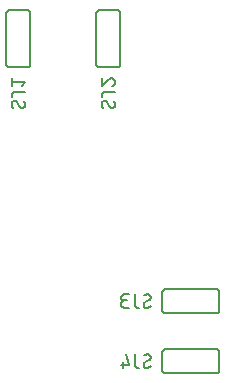
<source format=gbr>
G04 EAGLE Gerber RS-274X export*
G75*
%MOMM*%
%FSLAX34Y34*%
%LPD*%
%INSilkscreen Bottom*%
%IPPOS*%
%AMOC8*
5,1,8,0,0,1.08239X$1,22.5*%
G01*
%ADD10C,0.152400*%
%ADD11C,0.127000*%


D10*
X60960Y397510D02*
X60960Y440690D01*
X40640Y397510D02*
X40642Y397410D01*
X40648Y397311D01*
X40658Y397211D01*
X40671Y397113D01*
X40689Y397014D01*
X40710Y396917D01*
X40735Y396821D01*
X40764Y396725D01*
X40797Y396631D01*
X40833Y396538D01*
X40873Y396447D01*
X40917Y396357D01*
X40964Y396269D01*
X41014Y396183D01*
X41068Y396099D01*
X41125Y396017D01*
X41185Y395938D01*
X41249Y395860D01*
X41315Y395786D01*
X41384Y395714D01*
X41456Y395645D01*
X41530Y395579D01*
X41608Y395515D01*
X41687Y395455D01*
X41769Y395398D01*
X41853Y395344D01*
X41939Y395294D01*
X42027Y395247D01*
X42117Y395203D01*
X42208Y395163D01*
X42301Y395127D01*
X42395Y395094D01*
X42491Y395065D01*
X42587Y395040D01*
X42684Y395019D01*
X42783Y395001D01*
X42881Y394988D01*
X42981Y394978D01*
X43080Y394972D01*
X43180Y394970D01*
X40640Y440690D02*
X40642Y440790D01*
X40648Y440889D01*
X40658Y440989D01*
X40671Y441087D01*
X40689Y441186D01*
X40710Y441283D01*
X40735Y441379D01*
X40764Y441475D01*
X40797Y441569D01*
X40833Y441662D01*
X40873Y441753D01*
X40917Y441843D01*
X40964Y441931D01*
X41014Y442017D01*
X41068Y442101D01*
X41125Y442183D01*
X41185Y442262D01*
X41249Y442340D01*
X41315Y442414D01*
X41384Y442486D01*
X41456Y442555D01*
X41530Y442621D01*
X41608Y442685D01*
X41687Y442745D01*
X41769Y442802D01*
X41853Y442856D01*
X41939Y442906D01*
X42027Y442953D01*
X42117Y442997D01*
X42208Y443037D01*
X42301Y443073D01*
X42395Y443106D01*
X42491Y443135D01*
X42587Y443160D01*
X42684Y443181D01*
X42783Y443199D01*
X42881Y443212D01*
X42981Y443222D01*
X43080Y443228D01*
X43180Y443230D01*
X58420Y443230D02*
X58520Y443228D01*
X58619Y443222D01*
X58719Y443212D01*
X58817Y443199D01*
X58916Y443181D01*
X59013Y443160D01*
X59109Y443135D01*
X59205Y443106D01*
X59299Y443073D01*
X59392Y443037D01*
X59483Y442997D01*
X59573Y442953D01*
X59661Y442906D01*
X59747Y442856D01*
X59831Y442802D01*
X59913Y442745D01*
X59992Y442685D01*
X60070Y442621D01*
X60144Y442555D01*
X60216Y442486D01*
X60285Y442414D01*
X60351Y442340D01*
X60415Y442262D01*
X60475Y442183D01*
X60532Y442101D01*
X60586Y442017D01*
X60636Y441931D01*
X60683Y441843D01*
X60727Y441753D01*
X60767Y441662D01*
X60803Y441569D01*
X60836Y441475D01*
X60865Y441379D01*
X60890Y441283D01*
X60911Y441186D01*
X60929Y441087D01*
X60942Y440989D01*
X60952Y440889D01*
X60958Y440790D01*
X60960Y440690D01*
X60960Y397510D02*
X60958Y397410D01*
X60952Y397311D01*
X60942Y397211D01*
X60929Y397113D01*
X60911Y397014D01*
X60890Y396917D01*
X60865Y396821D01*
X60836Y396725D01*
X60803Y396631D01*
X60767Y396538D01*
X60727Y396447D01*
X60683Y396357D01*
X60636Y396269D01*
X60586Y396183D01*
X60532Y396099D01*
X60475Y396017D01*
X60415Y395938D01*
X60351Y395860D01*
X60285Y395786D01*
X60216Y395714D01*
X60144Y395645D01*
X60070Y395579D01*
X59992Y395515D01*
X59913Y395455D01*
X59831Y395398D01*
X59747Y395344D01*
X59661Y395294D01*
X59573Y395247D01*
X59483Y395203D01*
X59392Y395163D01*
X59299Y395127D01*
X59205Y395094D01*
X59109Y395065D01*
X59013Y395040D01*
X58916Y395019D01*
X58817Y395001D01*
X58719Y394988D01*
X58619Y394978D01*
X58520Y394972D01*
X58420Y394970D01*
X43180Y394970D01*
X43180Y443230D02*
X58420Y443230D01*
X40640Y440690D02*
X40640Y397510D01*
D11*
X47625Y366395D02*
X47525Y366393D01*
X47426Y366387D01*
X47326Y366377D01*
X47228Y366364D01*
X47129Y366346D01*
X47032Y366325D01*
X46936Y366300D01*
X46840Y366271D01*
X46746Y366238D01*
X46653Y366202D01*
X46562Y366162D01*
X46472Y366118D01*
X46384Y366071D01*
X46298Y366021D01*
X46214Y365967D01*
X46132Y365910D01*
X46053Y365850D01*
X45975Y365786D01*
X45901Y365720D01*
X45829Y365651D01*
X45760Y365579D01*
X45694Y365505D01*
X45630Y365427D01*
X45570Y365348D01*
X45513Y365266D01*
X45459Y365182D01*
X45409Y365096D01*
X45362Y365008D01*
X45318Y364918D01*
X45278Y364827D01*
X45242Y364734D01*
X45209Y364640D01*
X45180Y364544D01*
X45155Y364448D01*
X45134Y364351D01*
X45116Y364252D01*
X45103Y364154D01*
X45093Y364054D01*
X45087Y363955D01*
X45085Y363855D01*
X45087Y363714D01*
X45092Y363573D01*
X45102Y363432D01*
X45115Y363291D01*
X45131Y363151D01*
X45152Y363011D01*
X45176Y362872D01*
X45204Y362733D01*
X45235Y362596D01*
X45270Y362459D01*
X45308Y362323D01*
X45350Y362188D01*
X45396Y362055D01*
X45445Y361922D01*
X45498Y361791D01*
X45554Y361662D01*
X45613Y361533D01*
X45676Y361407D01*
X45742Y361282D01*
X45811Y361159D01*
X45884Y361038D01*
X45960Y360919D01*
X46039Y360801D01*
X46120Y360686D01*
X46205Y360574D01*
X46293Y360463D01*
X46384Y360355D01*
X46477Y360249D01*
X46574Y360146D01*
X46673Y360045D01*
X53975Y360363D02*
X54075Y360365D01*
X54174Y360371D01*
X54274Y360381D01*
X54372Y360394D01*
X54471Y360412D01*
X54568Y360433D01*
X54664Y360458D01*
X54760Y360487D01*
X54854Y360520D01*
X54947Y360556D01*
X55038Y360596D01*
X55128Y360640D01*
X55216Y360687D01*
X55302Y360737D01*
X55386Y360791D01*
X55468Y360848D01*
X55547Y360908D01*
X55625Y360972D01*
X55699Y361038D01*
X55771Y361107D01*
X55840Y361179D01*
X55906Y361253D01*
X55970Y361331D01*
X56030Y361410D01*
X56087Y361492D01*
X56141Y361576D01*
X56191Y361662D01*
X56238Y361750D01*
X56282Y361840D01*
X56322Y361931D01*
X56358Y362024D01*
X56391Y362118D01*
X56420Y362214D01*
X56445Y362310D01*
X56466Y362407D01*
X56484Y362506D01*
X56497Y362604D01*
X56507Y362704D01*
X56513Y362803D01*
X56515Y362903D01*
X56516Y362903D02*
X56514Y363036D01*
X56509Y363169D01*
X56499Y363302D01*
X56486Y363435D01*
X56469Y363567D01*
X56449Y363699D01*
X56425Y363830D01*
X56397Y363960D01*
X56366Y364090D01*
X56331Y364218D01*
X56292Y364346D01*
X56250Y364472D01*
X56204Y364597D01*
X56155Y364721D01*
X56103Y364844D01*
X56047Y364965D01*
X55987Y365084D01*
X55925Y365202D01*
X55859Y365317D01*
X55790Y365431D01*
X55717Y365543D01*
X55642Y365653D01*
X55563Y365761D01*
X51752Y361632D02*
X51804Y361548D01*
X51859Y361465D01*
X51918Y361385D01*
X51979Y361307D01*
X52043Y361232D01*
X52111Y361159D01*
X52181Y361088D01*
X52253Y361021D01*
X52328Y360956D01*
X52406Y360894D01*
X52486Y360835D01*
X52568Y360779D01*
X52652Y360727D01*
X52738Y360678D01*
X52826Y360632D01*
X52916Y360589D01*
X53007Y360550D01*
X53100Y360515D01*
X53194Y360483D01*
X53289Y360455D01*
X53385Y360430D01*
X53482Y360410D01*
X53580Y360392D01*
X53678Y360379D01*
X53777Y360370D01*
X53876Y360364D01*
X53975Y360362D01*
X49848Y365125D02*
X49796Y365209D01*
X49741Y365292D01*
X49682Y365372D01*
X49621Y365450D01*
X49557Y365525D01*
X49489Y365598D01*
X49419Y365669D01*
X49347Y365736D01*
X49272Y365801D01*
X49194Y365863D01*
X49114Y365922D01*
X49032Y365978D01*
X48948Y366030D01*
X48862Y366079D01*
X48774Y366125D01*
X48684Y366168D01*
X48593Y366207D01*
X48500Y366242D01*
X48406Y366274D01*
X48311Y366302D01*
X48215Y366327D01*
X48118Y366347D01*
X48020Y366365D01*
X47922Y366378D01*
X47823Y366387D01*
X47724Y366393D01*
X47625Y366395D01*
X49848Y365125D02*
X51753Y361633D01*
X47625Y373686D02*
X56515Y373686D01*
X47625Y373686D02*
X47525Y373684D01*
X47426Y373678D01*
X47326Y373668D01*
X47228Y373655D01*
X47129Y373637D01*
X47032Y373616D01*
X46936Y373591D01*
X46840Y373562D01*
X46746Y373529D01*
X46653Y373493D01*
X46562Y373453D01*
X46472Y373409D01*
X46384Y373362D01*
X46298Y373312D01*
X46214Y373258D01*
X46132Y373201D01*
X46053Y373141D01*
X45975Y373077D01*
X45901Y373011D01*
X45829Y372942D01*
X45760Y372870D01*
X45694Y372796D01*
X45630Y372718D01*
X45570Y372639D01*
X45513Y372557D01*
X45459Y372473D01*
X45409Y372387D01*
X45362Y372299D01*
X45318Y372209D01*
X45278Y372118D01*
X45242Y372025D01*
X45209Y371931D01*
X45180Y371835D01*
X45155Y371739D01*
X45134Y371642D01*
X45116Y371543D01*
X45103Y371445D01*
X45093Y371345D01*
X45087Y371246D01*
X45085Y371146D01*
X45085Y369876D01*
X53975Y379095D02*
X56515Y382270D01*
X45085Y382270D01*
X45085Y379095D02*
X45085Y385445D01*
D10*
X137160Y397510D02*
X137160Y440690D01*
X116840Y397510D02*
X116842Y397410D01*
X116848Y397311D01*
X116858Y397211D01*
X116871Y397113D01*
X116889Y397014D01*
X116910Y396917D01*
X116935Y396821D01*
X116964Y396725D01*
X116997Y396631D01*
X117033Y396538D01*
X117073Y396447D01*
X117117Y396357D01*
X117164Y396269D01*
X117214Y396183D01*
X117268Y396099D01*
X117325Y396017D01*
X117385Y395938D01*
X117449Y395860D01*
X117515Y395786D01*
X117584Y395714D01*
X117656Y395645D01*
X117730Y395579D01*
X117808Y395515D01*
X117887Y395455D01*
X117969Y395398D01*
X118053Y395344D01*
X118139Y395294D01*
X118227Y395247D01*
X118317Y395203D01*
X118408Y395163D01*
X118501Y395127D01*
X118595Y395094D01*
X118691Y395065D01*
X118787Y395040D01*
X118884Y395019D01*
X118983Y395001D01*
X119081Y394988D01*
X119181Y394978D01*
X119280Y394972D01*
X119380Y394970D01*
X116840Y440690D02*
X116842Y440790D01*
X116848Y440889D01*
X116858Y440989D01*
X116871Y441087D01*
X116889Y441186D01*
X116910Y441283D01*
X116935Y441379D01*
X116964Y441475D01*
X116997Y441569D01*
X117033Y441662D01*
X117073Y441753D01*
X117117Y441843D01*
X117164Y441931D01*
X117214Y442017D01*
X117268Y442101D01*
X117325Y442183D01*
X117385Y442262D01*
X117449Y442340D01*
X117515Y442414D01*
X117584Y442486D01*
X117656Y442555D01*
X117730Y442621D01*
X117808Y442685D01*
X117887Y442745D01*
X117969Y442802D01*
X118053Y442856D01*
X118139Y442906D01*
X118227Y442953D01*
X118317Y442997D01*
X118408Y443037D01*
X118501Y443073D01*
X118595Y443106D01*
X118691Y443135D01*
X118787Y443160D01*
X118884Y443181D01*
X118983Y443199D01*
X119081Y443212D01*
X119181Y443222D01*
X119280Y443228D01*
X119380Y443230D01*
X134620Y443230D02*
X134720Y443228D01*
X134819Y443222D01*
X134919Y443212D01*
X135017Y443199D01*
X135116Y443181D01*
X135213Y443160D01*
X135309Y443135D01*
X135405Y443106D01*
X135499Y443073D01*
X135592Y443037D01*
X135683Y442997D01*
X135773Y442953D01*
X135861Y442906D01*
X135947Y442856D01*
X136031Y442802D01*
X136113Y442745D01*
X136192Y442685D01*
X136270Y442621D01*
X136344Y442555D01*
X136416Y442486D01*
X136485Y442414D01*
X136551Y442340D01*
X136615Y442262D01*
X136675Y442183D01*
X136732Y442101D01*
X136786Y442017D01*
X136836Y441931D01*
X136883Y441843D01*
X136927Y441753D01*
X136967Y441662D01*
X137003Y441569D01*
X137036Y441475D01*
X137065Y441379D01*
X137090Y441283D01*
X137111Y441186D01*
X137129Y441087D01*
X137142Y440989D01*
X137152Y440889D01*
X137158Y440790D01*
X137160Y440690D01*
X137160Y397510D02*
X137158Y397410D01*
X137152Y397311D01*
X137142Y397211D01*
X137129Y397113D01*
X137111Y397014D01*
X137090Y396917D01*
X137065Y396821D01*
X137036Y396725D01*
X137003Y396631D01*
X136967Y396538D01*
X136927Y396447D01*
X136883Y396357D01*
X136836Y396269D01*
X136786Y396183D01*
X136732Y396099D01*
X136675Y396017D01*
X136615Y395938D01*
X136551Y395860D01*
X136485Y395786D01*
X136416Y395714D01*
X136344Y395645D01*
X136270Y395579D01*
X136192Y395515D01*
X136113Y395455D01*
X136031Y395398D01*
X135947Y395344D01*
X135861Y395294D01*
X135773Y395247D01*
X135683Y395203D01*
X135592Y395163D01*
X135499Y395127D01*
X135405Y395094D01*
X135309Y395065D01*
X135213Y395040D01*
X135116Y395019D01*
X135017Y395001D01*
X134919Y394988D01*
X134819Y394978D01*
X134720Y394972D01*
X134620Y394970D01*
X119380Y394970D01*
X119380Y443230D02*
X134620Y443230D01*
X116840Y440690D02*
X116840Y397510D01*
D11*
X123825Y366395D02*
X123725Y366393D01*
X123626Y366387D01*
X123526Y366377D01*
X123428Y366364D01*
X123329Y366346D01*
X123232Y366325D01*
X123136Y366300D01*
X123040Y366271D01*
X122946Y366238D01*
X122853Y366202D01*
X122762Y366162D01*
X122672Y366118D01*
X122584Y366071D01*
X122498Y366021D01*
X122414Y365967D01*
X122332Y365910D01*
X122253Y365850D01*
X122175Y365786D01*
X122101Y365720D01*
X122029Y365651D01*
X121960Y365579D01*
X121894Y365505D01*
X121830Y365427D01*
X121770Y365348D01*
X121713Y365266D01*
X121659Y365182D01*
X121609Y365096D01*
X121562Y365008D01*
X121518Y364918D01*
X121478Y364827D01*
X121442Y364734D01*
X121409Y364640D01*
X121380Y364544D01*
X121355Y364448D01*
X121334Y364351D01*
X121316Y364252D01*
X121303Y364154D01*
X121293Y364054D01*
X121287Y363955D01*
X121285Y363855D01*
X121287Y363714D01*
X121292Y363573D01*
X121302Y363432D01*
X121315Y363291D01*
X121331Y363151D01*
X121352Y363011D01*
X121376Y362872D01*
X121404Y362733D01*
X121435Y362596D01*
X121470Y362459D01*
X121508Y362323D01*
X121550Y362188D01*
X121596Y362055D01*
X121645Y361922D01*
X121698Y361791D01*
X121754Y361662D01*
X121813Y361533D01*
X121876Y361407D01*
X121942Y361282D01*
X122011Y361159D01*
X122084Y361038D01*
X122160Y360919D01*
X122239Y360801D01*
X122320Y360686D01*
X122405Y360574D01*
X122493Y360463D01*
X122584Y360355D01*
X122677Y360249D01*
X122774Y360146D01*
X122873Y360045D01*
X130175Y360363D02*
X130275Y360365D01*
X130374Y360371D01*
X130474Y360381D01*
X130572Y360394D01*
X130671Y360412D01*
X130768Y360433D01*
X130864Y360458D01*
X130960Y360487D01*
X131054Y360520D01*
X131147Y360556D01*
X131238Y360596D01*
X131328Y360640D01*
X131416Y360687D01*
X131502Y360737D01*
X131586Y360791D01*
X131668Y360848D01*
X131747Y360908D01*
X131825Y360972D01*
X131899Y361038D01*
X131971Y361107D01*
X132040Y361179D01*
X132106Y361253D01*
X132170Y361331D01*
X132230Y361410D01*
X132287Y361492D01*
X132341Y361576D01*
X132391Y361662D01*
X132438Y361750D01*
X132482Y361840D01*
X132522Y361931D01*
X132558Y362024D01*
X132591Y362118D01*
X132620Y362214D01*
X132645Y362310D01*
X132666Y362407D01*
X132684Y362506D01*
X132697Y362604D01*
X132707Y362704D01*
X132713Y362803D01*
X132715Y362903D01*
X132716Y362903D02*
X132714Y363036D01*
X132709Y363169D01*
X132699Y363302D01*
X132686Y363435D01*
X132669Y363567D01*
X132649Y363699D01*
X132625Y363830D01*
X132597Y363960D01*
X132566Y364090D01*
X132531Y364218D01*
X132492Y364346D01*
X132450Y364472D01*
X132404Y364597D01*
X132355Y364721D01*
X132303Y364844D01*
X132247Y364965D01*
X132187Y365084D01*
X132125Y365202D01*
X132059Y365317D01*
X131990Y365431D01*
X131917Y365543D01*
X131842Y365653D01*
X131763Y365761D01*
X127952Y361632D02*
X128004Y361548D01*
X128059Y361465D01*
X128118Y361385D01*
X128179Y361307D01*
X128243Y361232D01*
X128311Y361159D01*
X128381Y361088D01*
X128453Y361021D01*
X128528Y360956D01*
X128606Y360894D01*
X128686Y360835D01*
X128768Y360779D01*
X128852Y360727D01*
X128938Y360678D01*
X129026Y360632D01*
X129116Y360589D01*
X129207Y360550D01*
X129300Y360515D01*
X129394Y360483D01*
X129489Y360455D01*
X129585Y360430D01*
X129682Y360410D01*
X129780Y360392D01*
X129878Y360379D01*
X129977Y360370D01*
X130076Y360364D01*
X130175Y360362D01*
X126048Y365125D02*
X125996Y365209D01*
X125941Y365292D01*
X125882Y365372D01*
X125821Y365450D01*
X125757Y365525D01*
X125689Y365598D01*
X125619Y365669D01*
X125547Y365736D01*
X125472Y365801D01*
X125394Y365863D01*
X125314Y365922D01*
X125232Y365978D01*
X125148Y366030D01*
X125062Y366079D01*
X124974Y366125D01*
X124884Y366168D01*
X124793Y366207D01*
X124700Y366242D01*
X124606Y366274D01*
X124511Y366302D01*
X124415Y366327D01*
X124318Y366347D01*
X124220Y366365D01*
X124122Y366378D01*
X124023Y366387D01*
X123924Y366393D01*
X123825Y366395D01*
X126048Y365125D02*
X127953Y361633D01*
X123825Y373686D02*
X132715Y373686D01*
X123825Y373686D02*
X123725Y373684D01*
X123626Y373678D01*
X123526Y373668D01*
X123428Y373655D01*
X123329Y373637D01*
X123232Y373616D01*
X123136Y373591D01*
X123040Y373562D01*
X122946Y373529D01*
X122853Y373493D01*
X122762Y373453D01*
X122672Y373409D01*
X122584Y373362D01*
X122498Y373312D01*
X122414Y373258D01*
X122332Y373201D01*
X122253Y373141D01*
X122175Y373077D01*
X122101Y373011D01*
X122029Y372942D01*
X121960Y372870D01*
X121894Y372796D01*
X121830Y372718D01*
X121770Y372639D01*
X121713Y372557D01*
X121659Y372473D01*
X121609Y372387D01*
X121562Y372299D01*
X121518Y372209D01*
X121478Y372118D01*
X121442Y372025D01*
X121409Y371931D01*
X121380Y371835D01*
X121355Y371739D01*
X121334Y371642D01*
X121316Y371543D01*
X121303Y371445D01*
X121293Y371345D01*
X121287Y371246D01*
X121285Y371146D01*
X121285Y369876D01*
X132716Y382588D02*
X132714Y382692D01*
X132708Y382797D01*
X132699Y382901D01*
X132686Y383004D01*
X132668Y383107D01*
X132648Y383209D01*
X132623Y383311D01*
X132595Y383411D01*
X132563Y383511D01*
X132527Y383609D01*
X132488Y383706D01*
X132446Y383801D01*
X132400Y383895D01*
X132350Y383987D01*
X132298Y384077D01*
X132242Y384165D01*
X132182Y384251D01*
X132120Y384335D01*
X132055Y384416D01*
X131987Y384495D01*
X131915Y384572D01*
X131842Y384645D01*
X131765Y384717D01*
X131686Y384785D01*
X131605Y384850D01*
X131521Y384912D01*
X131435Y384972D01*
X131347Y385028D01*
X131257Y385080D01*
X131165Y385130D01*
X131071Y385176D01*
X130976Y385218D01*
X130879Y385257D01*
X130781Y385293D01*
X130681Y385325D01*
X130581Y385353D01*
X130479Y385378D01*
X130377Y385398D01*
X130274Y385416D01*
X130171Y385429D01*
X130067Y385438D01*
X129962Y385444D01*
X129858Y385446D01*
X132715Y382588D02*
X132713Y382470D01*
X132707Y382351D01*
X132698Y382233D01*
X132685Y382116D01*
X132667Y381999D01*
X132647Y381882D01*
X132622Y381766D01*
X132594Y381651D01*
X132561Y381538D01*
X132526Y381425D01*
X132486Y381313D01*
X132444Y381203D01*
X132397Y381094D01*
X132347Y380986D01*
X132294Y380881D01*
X132237Y380777D01*
X132177Y380675D01*
X132114Y380575D01*
X132047Y380477D01*
X131978Y380381D01*
X131905Y380288D01*
X131829Y380197D01*
X131751Y380108D01*
X131669Y380022D01*
X131585Y379939D01*
X131499Y379858D01*
X131409Y379781D01*
X131318Y379706D01*
X131224Y379634D01*
X131127Y379565D01*
X131029Y379500D01*
X130928Y379437D01*
X130825Y379378D01*
X130721Y379322D01*
X130615Y379270D01*
X130507Y379221D01*
X130398Y379176D01*
X130287Y379134D01*
X130175Y379096D01*
X127636Y384493D02*
X127711Y384569D01*
X127790Y384644D01*
X127871Y384715D01*
X127955Y384784D01*
X128041Y384849D01*
X128129Y384911D01*
X128219Y384971D01*
X128311Y385027D01*
X128406Y385080D01*
X128502Y385129D01*
X128600Y385175D01*
X128699Y385218D01*
X128800Y385257D01*
X128902Y385292D01*
X129005Y385324D01*
X129109Y385352D01*
X129214Y385377D01*
X129321Y385398D01*
X129427Y385415D01*
X129534Y385428D01*
X129642Y385437D01*
X129750Y385443D01*
X129858Y385445D01*
X127635Y384493D02*
X121285Y379095D01*
X121285Y385445D01*
D10*
X175260Y186690D02*
X218440Y186690D01*
X175260Y207010D02*
X175160Y207008D01*
X175061Y207002D01*
X174961Y206992D01*
X174863Y206979D01*
X174764Y206961D01*
X174667Y206940D01*
X174571Y206915D01*
X174475Y206886D01*
X174381Y206853D01*
X174288Y206817D01*
X174197Y206777D01*
X174107Y206733D01*
X174019Y206686D01*
X173933Y206636D01*
X173849Y206582D01*
X173767Y206525D01*
X173688Y206465D01*
X173610Y206401D01*
X173536Y206335D01*
X173464Y206266D01*
X173395Y206194D01*
X173329Y206120D01*
X173265Y206042D01*
X173205Y205963D01*
X173148Y205881D01*
X173094Y205797D01*
X173044Y205711D01*
X172997Y205623D01*
X172953Y205533D01*
X172913Y205442D01*
X172877Y205349D01*
X172844Y205255D01*
X172815Y205159D01*
X172790Y205063D01*
X172769Y204966D01*
X172751Y204867D01*
X172738Y204769D01*
X172728Y204669D01*
X172722Y204570D01*
X172720Y204470D01*
X218440Y207010D02*
X218540Y207008D01*
X218639Y207002D01*
X218739Y206992D01*
X218837Y206979D01*
X218936Y206961D01*
X219033Y206940D01*
X219129Y206915D01*
X219225Y206886D01*
X219319Y206853D01*
X219412Y206817D01*
X219503Y206777D01*
X219593Y206733D01*
X219681Y206686D01*
X219767Y206636D01*
X219851Y206582D01*
X219933Y206525D01*
X220012Y206465D01*
X220090Y206401D01*
X220164Y206335D01*
X220236Y206266D01*
X220305Y206194D01*
X220371Y206120D01*
X220435Y206042D01*
X220495Y205963D01*
X220552Y205881D01*
X220606Y205797D01*
X220656Y205711D01*
X220703Y205623D01*
X220747Y205533D01*
X220787Y205442D01*
X220823Y205349D01*
X220856Y205255D01*
X220885Y205159D01*
X220910Y205063D01*
X220931Y204966D01*
X220949Y204867D01*
X220962Y204769D01*
X220972Y204669D01*
X220978Y204570D01*
X220980Y204470D01*
X220980Y189230D02*
X220978Y189130D01*
X220972Y189031D01*
X220962Y188931D01*
X220949Y188833D01*
X220931Y188734D01*
X220910Y188637D01*
X220885Y188541D01*
X220856Y188445D01*
X220823Y188351D01*
X220787Y188258D01*
X220747Y188167D01*
X220703Y188077D01*
X220656Y187989D01*
X220606Y187903D01*
X220552Y187819D01*
X220495Y187737D01*
X220435Y187658D01*
X220371Y187580D01*
X220305Y187506D01*
X220236Y187434D01*
X220164Y187365D01*
X220090Y187299D01*
X220012Y187235D01*
X219933Y187175D01*
X219851Y187118D01*
X219767Y187064D01*
X219681Y187014D01*
X219593Y186967D01*
X219503Y186923D01*
X219412Y186883D01*
X219319Y186847D01*
X219225Y186814D01*
X219129Y186785D01*
X219033Y186760D01*
X218936Y186739D01*
X218837Y186721D01*
X218739Y186708D01*
X218639Y186698D01*
X218540Y186692D01*
X218440Y186690D01*
X175260Y186690D02*
X175160Y186692D01*
X175061Y186698D01*
X174961Y186708D01*
X174863Y186721D01*
X174764Y186739D01*
X174667Y186760D01*
X174571Y186785D01*
X174475Y186814D01*
X174381Y186847D01*
X174288Y186883D01*
X174197Y186923D01*
X174107Y186967D01*
X174019Y187014D01*
X173933Y187064D01*
X173849Y187118D01*
X173767Y187175D01*
X173688Y187235D01*
X173610Y187299D01*
X173536Y187365D01*
X173464Y187434D01*
X173395Y187506D01*
X173329Y187580D01*
X173265Y187658D01*
X173205Y187737D01*
X173148Y187819D01*
X173094Y187903D01*
X173044Y187989D01*
X172997Y188077D01*
X172953Y188167D01*
X172913Y188258D01*
X172877Y188351D01*
X172844Y188445D01*
X172815Y188541D01*
X172790Y188637D01*
X172769Y188734D01*
X172751Y188833D01*
X172738Y188931D01*
X172728Y189031D01*
X172722Y189130D01*
X172720Y189230D01*
X172720Y204470D01*
X220980Y204470D02*
X220980Y189230D01*
X218440Y207010D02*
X175260Y207010D01*
D11*
X159385Y191135D02*
X159285Y191137D01*
X159186Y191143D01*
X159086Y191153D01*
X158988Y191166D01*
X158889Y191184D01*
X158792Y191205D01*
X158696Y191230D01*
X158600Y191259D01*
X158506Y191292D01*
X158413Y191328D01*
X158322Y191368D01*
X158232Y191412D01*
X158144Y191459D01*
X158058Y191509D01*
X157974Y191563D01*
X157892Y191620D01*
X157813Y191680D01*
X157735Y191744D01*
X157661Y191810D01*
X157589Y191879D01*
X157520Y191951D01*
X157454Y192025D01*
X157390Y192103D01*
X157330Y192182D01*
X157273Y192264D01*
X157219Y192348D01*
X157169Y192434D01*
X157122Y192522D01*
X157078Y192612D01*
X157038Y192703D01*
X157002Y192796D01*
X156969Y192890D01*
X156940Y192986D01*
X156915Y193082D01*
X156894Y193179D01*
X156876Y193278D01*
X156863Y193376D01*
X156853Y193476D01*
X156847Y193575D01*
X156845Y193675D01*
X159385Y191135D02*
X159526Y191137D01*
X159667Y191142D01*
X159808Y191152D01*
X159949Y191165D01*
X160089Y191181D01*
X160229Y191202D01*
X160368Y191226D01*
X160507Y191254D01*
X160644Y191285D01*
X160781Y191320D01*
X160917Y191358D01*
X161052Y191400D01*
X161185Y191446D01*
X161318Y191495D01*
X161449Y191548D01*
X161578Y191604D01*
X161707Y191663D01*
X161833Y191726D01*
X161958Y191792D01*
X162081Y191861D01*
X162202Y191934D01*
X162321Y192010D01*
X162439Y192089D01*
X162554Y192170D01*
X162666Y192255D01*
X162777Y192343D01*
X162885Y192434D01*
X162991Y192527D01*
X163094Y192624D01*
X163195Y192723D01*
X162878Y200025D02*
X162876Y200125D01*
X162870Y200224D01*
X162860Y200324D01*
X162847Y200422D01*
X162829Y200521D01*
X162808Y200618D01*
X162783Y200714D01*
X162754Y200810D01*
X162721Y200904D01*
X162685Y200997D01*
X162645Y201088D01*
X162601Y201178D01*
X162554Y201266D01*
X162504Y201352D01*
X162450Y201436D01*
X162393Y201518D01*
X162333Y201597D01*
X162269Y201675D01*
X162203Y201749D01*
X162134Y201821D01*
X162062Y201890D01*
X161988Y201956D01*
X161910Y202020D01*
X161831Y202080D01*
X161749Y202137D01*
X161665Y202191D01*
X161579Y202241D01*
X161491Y202288D01*
X161401Y202332D01*
X161310Y202372D01*
X161217Y202408D01*
X161123Y202441D01*
X161027Y202470D01*
X160931Y202495D01*
X160834Y202516D01*
X160735Y202534D01*
X160637Y202547D01*
X160537Y202557D01*
X160438Y202563D01*
X160338Y202565D01*
X160338Y202566D02*
X160205Y202564D01*
X160072Y202559D01*
X159939Y202549D01*
X159806Y202536D01*
X159674Y202519D01*
X159542Y202499D01*
X159411Y202475D01*
X159281Y202447D01*
X159151Y202416D01*
X159023Y202381D01*
X158895Y202342D01*
X158769Y202300D01*
X158644Y202254D01*
X158520Y202205D01*
X158397Y202153D01*
X158276Y202097D01*
X158157Y202037D01*
X158039Y201975D01*
X157924Y201909D01*
X157810Y201840D01*
X157698Y201767D01*
X157588Y201692D01*
X157480Y201613D01*
X161608Y197802D02*
X161692Y197854D01*
X161775Y197909D01*
X161855Y197968D01*
X161933Y198029D01*
X162008Y198093D01*
X162081Y198161D01*
X162152Y198231D01*
X162219Y198303D01*
X162284Y198378D01*
X162346Y198456D01*
X162405Y198536D01*
X162461Y198618D01*
X162513Y198702D01*
X162562Y198788D01*
X162608Y198876D01*
X162651Y198966D01*
X162690Y199057D01*
X162725Y199150D01*
X162757Y199244D01*
X162785Y199339D01*
X162810Y199435D01*
X162830Y199532D01*
X162848Y199630D01*
X162861Y199728D01*
X162870Y199827D01*
X162876Y199926D01*
X162878Y200025D01*
X158115Y195898D02*
X158031Y195846D01*
X157948Y195791D01*
X157868Y195732D01*
X157790Y195671D01*
X157715Y195607D01*
X157642Y195539D01*
X157571Y195469D01*
X157504Y195397D01*
X157439Y195322D01*
X157377Y195244D01*
X157318Y195164D01*
X157262Y195082D01*
X157210Y194998D01*
X157161Y194912D01*
X157115Y194824D01*
X157072Y194734D01*
X157033Y194643D01*
X156998Y194550D01*
X156966Y194456D01*
X156938Y194361D01*
X156913Y194265D01*
X156893Y194168D01*
X156875Y194070D01*
X156862Y193972D01*
X156853Y193873D01*
X156847Y193774D01*
X156845Y193675D01*
X158115Y195898D02*
X161608Y197803D01*
X149554Y193675D02*
X149554Y202565D01*
X149554Y193675D02*
X149556Y193575D01*
X149562Y193476D01*
X149572Y193376D01*
X149585Y193278D01*
X149603Y193179D01*
X149624Y193082D01*
X149649Y192986D01*
X149678Y192890D01*
X149711Y192796D01*
X149747Y192703D01*
X149787Y192612D01*
X149831Y192522D01*
X149878Y192434D01*
X149928Y192348D01*
X149982Y192264D01*
X150039Y192182D01*
X150099Y192103D01*
X150163Y192025D01*
X150229Y191951D01*
X150298Y191879D01*
X150370Y191810D01*
X150444Y191744D01*
X150522Y191680D01*
X150601Y191620D01*
X150683Y191563D01*
X150767Y191509D01*
X150853Y191459D01*
X150941Y191412D01*
X151031Y191368D01*
X151122Y191328D01*
X151215Y191292D01*
X151309Y191259D01*
X151405Y191230D01*
X151501Y191205D01*
X151598Y191184D01*
X151697Y191166D01*
X151795Y191153D01*
X151895Y191143D01*
X151994Y191137D01*
X152094Y191135D01*
X153364Y191135D01*
X144145Y191135D02*
X140970Y191135D01*
X140859Y191137D01*
X140749Y191143D01*
X140638Y191152D01*
X140528Y191166D01*
X140419Y191183D01*
X140310Y191204D01*
X140202Y191229D01*
X140095Y191258D01*
X139989Y191290D01*
X139884Y191326D01*
X139781Y191366D01*
X139679Y191409D01*
X139578Y191456D01*
X139479Y191507D01*
X139383Y191560D01*
X139288Y191617D01*
X139195Y191678D01*
X139104Y191741D01*
X139015Y191808D01*
X138929Y191878D01*
X138846Y191951D01*
X138764Y192026D01*
X138686Y192104D01*
X138611Y192186D01*
X138538Y192269D01*
X138468Y192355D01*
X138401Y192444D01*
X138338Y192535D01*
X138277Y192628D01*
X138220Y192723D01*
X138167Y192819D01*
X138116Y192918D01*
X138069Y193019D01*
X138026Y193121D01*
X137986Y193224D01*
X137950Y193329D01*
X137918Y193435D01*
X137889Y193542D01*
X137864Y193650D01*
X137843Y193759D01*
X137826Y193868D01*
X137812Y193978D01*
X137803Y194089D01*
X137797Y194199D01*
X137795Y194310D01*
X137797Y194421D01*
X137803Y194531D01*
X137812Y194642D01*
X137826Y194752D01*
X137843Y194861D01*
X137864Y194970D01*
X137889Y195078D01*
X137918Y195185D01*
X137950Y195291D01*
X137986Y195396D01*
X138026Y195499D01*
X138069Y195601D01*
X138116Y195702D01*
X138167Y195801D01*
X138220Y195898D01*
X138277Y195992D01*
X138338Y196085D01*
X138401Y196176D01*
X138468Y196265D01*
X138538Y196351D01*
X138611Y196434D01*
X138686Y196516D01*
X138764Y196594D01*
X138846Y196669D01*
X138929Y196742D01*
X139015Y196812D01*
X139104Y196879D01*
X139195Y196942D01*
X139288Y197003D01*
X139383Y197060D01*
X139479Y197113D01*
X139578Y197164D01*
X139679Y197211D01*
X139781Y197254D01*
X139884Y197294D01*
X139989Y197330D01*
X140095Y197362D01*
X140202Y197391D01*
X140310Y197416D01*
X140419Y197437D01*
X140528Y197454D01*
X140638Y197468D01*
X140749Y197477D01*
X140859Y197483D01*
X140970Y197485D01*
X140335Y202565D02*
X144145Y202565D01*
X140335Y202565D02*
X140235Y202563D01*
X140136Y202557D01*
X140036Y202547D01*
X139938Y202534D01*
X139839Y202516D01*
X139742Y202495D01*
X139646Y202470D01*
X139550Y202441D01*
X139456Y202408D01*
X139363Y202372D01*
X139272Y202332D01*
X139182Y202288D01*
X139094Y202241D01*
X139008Y202191D01*
X138924Y202137D01*
X138842Y202080D01*
X138763Y202020D01*
X138685Y201956D01*
X138611Y201890D01*
X138539Y201821D01*
X138470Y201749D01*
X138404Y201675D01*
X138340Y201597D01*
X138280Y201518D01*
X138223Y201436D01*
X138169Y201352D01*
X138119Y201266D01*
X138072Y201178D01*
X138028Y201088D01*
X137988Y200997D01*
X137952Y200904D01*
X137919Y200810D01*
X137890Y200714D01*
X137865Y200618D01*
X137844Y200521D01*
X137826Y200422D01*
X137813Y200324D01*
X137803Y200224D01*
X137797Y200125D01*
X137795Y200025D01*
X137797Y199925D01*
X137803Y199826D01*
X137813Y199726D01*
X137826Y199628D01*
X137844Y199529D01*
X137865Y199432D01*
X137890Y199336D01*
X137919Y199240D01*
X137952Y199146D01*
X137988Y199053D01*
X138028Y198962D01*
X138072Y198872D01*
X138119Y198784D01*
X138169Y198698D01*
X138223Y198614D01*
X138280Y198532D01*
X138340Y198453D01*
X138404Y198375D01*
X138470Y198301D01*
X138539Y198229D01*
X138611Y198160D01*
X138685Y198094D01*
X138763Y198030D01*
X138842Y197970D01*
X138924Y197913D01*
X139008Y197859D01*
X139094Y197809D01*
X139182Y197762D01*
X139272Y197718D01*
X139363Y197678D01*
X139456Y197642D01*
X139550Y197609D01*
X139646Y197580D01*
X139742Y197555D01*
X139839Y197534D01*
X139938Y197516D01*
X140036Y197503D01*
X140136Y197493D01*
X140235Y197487D01*
X140335Y197485D01*
X142875Y197485D01*
D10*
X175260Y135890D02*
X218440Y135890D01*
X175260Y156210D02*
X175160Y156208D01*
X175061Y156202D01*
X174961Y156192D01*
X174863Y156179D01*
X174764Y156161D01*
X174667Y156140D01*
X174571Y156115D01*
X174475Y156086D01*
X174381Y156053D01*
X174288Y156017D01*
X174197Y155977D01*
X174107Y155933D01*
X174019Y155886D01*
X173933Y155836D01*
X173849Y155782D01*
X173767Y155725D01*
X173688Y155665D01*
X173610Y155601D01*
X173536Y155535D01*
X173464Y155466D01*
X173395Y155394D01*
X173329Y155320D01*
X173265Y155242D01*
X173205Y155163D01*
X173148Y155081D01*
X173094Y154997D01*
X173044Y154911D01*
X172997Y154823D01*
X172953Y154733D01*
X172913Y154642D01*
X172877Y154549D01*
X172844Y154455D01*
X172815Y154359D01*
X172790Y154263D01*
X172769Y154166D01*
X172751Y154067D01*
X172738Y153969D01*
X172728Y153869D01*
X172722Y153770D01*
X172720Y153670D01*
X218440Y156210D02*
X218540Y156208D01*
X218639Y156202D01*
X218739Y156192D01*
X218837Y156179D01*
X218936Y156161D01*
X219033Y156140D01*
X219129Y156115D01*
X219225Y156086D01*
X219319Y156053D01*
X219412Y156017D01*
X219503Y155977D01*
X219593Y155933D01*
X219681Y155886D01*
X219767Y155836D01*
X219851Y155782D01*
X219933Y155725D01*
X220012Y155665D01*
X220090Y155601D01*
X220164Y155535D01*
X220236Y155466D01*
X220305Y155394D01*
X220371Y155320D01*
X220435Y155242D01*
X220495Y155163D01*
X220552Y155081D01*
X220606Y154997D01*
X220656Y154911D01*
X220703Y154823D01*
X220747Y154733D01*
X220787Y154642D01*
X220823Y154549D01*
X220856Y154455D01*
X220885Y154359D01*
X220910Y154263D01*
X220931Y154166D01*
X220949Y154067D01*
X220962Y153969D01*
X220972Y153869D01*
X220978Y153770D01*
X220980Y153670D01*
X220980Y138430D02*
X220978Y138330D01*
X220972Y138231D01*
X220962Y138131D01*
X220949Y138033D01*
X220931Y137934D01*
X220910Y137837D01*
X220885Y137741D01*
X220856Y137645D01*
X220823Y137551D01*
X220787Y137458D01*
X220747Y137367D01*
X220703Y137277D01*
X220656Y137189D01*
X220606Y137103D01*
X220552Y137019D01*
X220495Y136937D01*
X220435Y136858D01*
X220371Y136780D01*
X220305Y136706D01*
X220236Y136634D01*
X220164Y136565D01*
X220090Y136499D01*
X220012Y136435D01*
X219933Y136375D01*
X219851Y136318D01*
X219767Y136264D01*
X219681Y136214D01*
X219593Y136167D01*
X219503Y136123D01*
X219412Y136083D01*
X219319Y136047D01*
X219225Y136014D01*
X219129Y135985D01*
X219033Y135960D01*
X218936Y135939D01*
X218837Y135921D01*
X218739Y135908D01*
X218639Y135898D01*
X218540Y135892D01*
X218440Y135890D01*
X175260Y135890D02*
X175160Y135892D01*
X175061Y135898D01*
X174961Y135908D01*
X174863Y135921D01*
X174764Y135939D01*
X174667Y135960D01*
X174571Y135985D01*
X174475Y136014D01*
X174381Y136047D01*
X174288Y136083D01*
X174197Y136123D01*
X174107Y136167D01*
X174019Y136214D01*
X173933Y136264D01*
X173849Y136318D01*
X173767Y136375D01*
X173688Y136435D01*
X173610Y136499D01*
X173536Y136565D01*
X173464Y136634D01*
X173395Y136706D01*
X173329Y136780D01*
X173265Y136858D01*
X173205Y136937D01*
X173148Y137019D01*
X173094Y137103D01*
X173044Y137189D01*
X172997Y137277D01*
X172953Y137367D01*
X172913Y137458D01*
X172877Y137551D01*
X172844Y137645D01*
X172815Y137741D01*
X172790Y137837D01*
X172769Y137934D01*
X172751Y138033D01*
X172738Y138131D01*
X172728Y138231D01*
X172722Y138330D01*
X172720Y138430D01*
X172720Y153670D01*
X220980Y153670D02*
X220980Y138430D01*
X218440Y156210D02*
X175260Y156210D01*
D11*
X159385Y140335D02*
X159285Y140337D01*
X159186Y140343D01*
X159086Y140353D01*
X158988Y140366D01*
X158889Y140384D01*
X158792Y140405D01*
X158696Y140430D01*
X158600Y140459D01*
X158506Y140492D01*
X158413Y140528D01*
X158322Y140568D01*
X158232Y140612D01*
X158144Y140659D01*
X158058Y140709D01*
X157974Y140763D01*
X157892Y140820D01*
X157813Y140880D01*
X157735Y140944D01*
X157661Y141010D01*
X157589Y141079D01*
X157520Y141151D01*
X157454Y141225D01*
X157390Y141303D01*
X157330Y141382D01*
X157273Y141464D01*
X157219Y141548D01*
X157169Y141634D01*
X157122Y141722D01*
X157078Y141812D01*
X157038Y141903D01*
X157002Y141996D01*
X156969Y142090D01*
X156940Y142186D01*
X156915Y142282D01*
X156894Y142379D01*
X156876Y142478D01*
X156863Y142576D01*
X156853Y142676D01*
X156847Y142775D01*
X156845Y142875D01*
X159385Y140335D02*
X159526Y140337D01*
X159667Y140342D01*
X159808Y140352D01*
X159949Y140365D01*
X160089Y140381D01*
X160229Y140402D01*
X160368Y140426D01*
X160507Y140454D01*
X160644Y140485D01*
X160781Y140520D01*
X160917Y140558D01*
X161052Y140600D01*
X161185Y140646D01*
X161318Y140695D01*
X161449Y140748D01*
X161578Y140804D01*
X161707Y140863D01*
X161833Y140926D01*
X161958Y140992D01*
X162081Y141061D01*
X162202Y141134D01*
X162321Y141210D01*
X162439Y141289D01*
X162554Y141370D01*
X162666Y141455D01*
X162777Y141543D01*
X162885Y141634D01*
X162991Y141727D01*
X163094Y141824D01*
X163195Y141923D01*
X162878Y149225D02*
X162876Y149325D01*
X162870Y149424D01*
X162860Y149524D01*
X162847Y149622D01*
X162829Y149721D01*
X162808Y149818D01*
X162783Y149914D01*
X162754Y150010D01*
X162721Y150104D01*
X162685Y150197D01*
X162645Y150288D01*
X162601Y150378D01*
X162554Y150466D01*
X162504Y150552D01*
X162450Y150636D01*
X162393Y150718D01*
X162333Y150797D01*
X162269Y150875D01*
X162203Y150949D01*
X162134Y151021D01*
X162062Y151090D01*
X161988Y151156D01*
X161910Y151220D01*
X161831Y151280D01*
X161749Y151337D01*
X161665Y151391D01*
X161579Y151441D01*
X161491Y151488D01*
X161401Y151532D01*
X161310Y151572D01*
X161217Y151608D01*
X161123Y151641D01*
X161027Y151670D01*
X160931Y151695D01*
X160834Y151716D01*
X160735Y151734D01*
X160637Y151747D01*
X160537Y151757D01*
X160438Y151763D01*
X160338Y151765D01*
X160338Y151766D02*
X160205Y151764D01*
X160072Y151759D01*
X159939Y151749D01*
X159806Y151736D01*
X159674Y151719D01*
X159542Y151699D01*
X159411Y151675D01*
X159281Y151647D01*
X159151Y151616D01*
X159023Y151581D01*
X158895Y151542D01*
X158769Y151500D01*
X158644Y151454D01*
X158520Y151405D01*
X158397Y151353D01*
X158276Y151297D01*
X158157Y151237D01*
X158039Y151175D01*
X157924Y151109D01*
X157810Y151040D01*
X157698Y150967D01*
X157588Y150892D01*
X157480Y150813D01*
X161608Y147002D02*
X161692Y147054D01*
X161775Y147109D01*
X161855Y147168D01*
X161933Y147229D01*
X162008Y147293D01*
X162081Y147361D01*
X162152Y147431D01*
X162219Y147503D01*
X162284Y147578D01*
X162346Y147656D01*
X162405Y147736D01*
X162461Y147818D01*
X162513Y147902D01*
X162562Y147988D01*
X162608Y148076D01*
X162651Y148166D01*
X162690Y148257D01*
X162725Y148350D01*
X162757Y148444D01*
X162785Y148539D01*
X162810Y148635D01*
X162830Y148732D01*
X162848Y148830D01*
X162861Y148928D01*
X162870Y149027D01*
X162876Y149126D01*
X162878Y149225D01*
X158115Y145098D02*
X158031Y145046D01*
X157948Y144991D01*
X157868Y144932D01*
X157790Y144871D01*
X157715Y144807D01*
X157642Y144739D01*
X157571Y144669D01*
X157504Y144597D01*
X157439Y144522D01*
X157377Y144444D01*
X157318Y144364D01*
X157262Y144282D01*
X157210Y144198D01*
X157161Y144112D01*
X157115Y144024D01*
X157072Y143934D01*
X157033Y143843D01*
X156998Y143750D01*
X156966Y143656D01*
X156938Y143561D01*
X156913Y143465D01*
X156893Y143368D01*
X156875Y143270D01*
X156862Y143172D01*
X156853Y143073D01*
X156847Y142974D01*
X156845Y142875D01*
X158115Y145098D02*
X161608Y147003D01*
X149554Y142875D02*
X149554Y151765D01*
X149554Y142875D02*
X149556Y142775D01*
X149562Y142676D01*
X149572Y142576D01*
X149585Y142478D01*
X149603Y142379D01*
X149624Y142282D01*
X149649Y142186D01*
X149678Y142090D01*
X149711Y141996D01*
X149747Y141903D01*
X149787Y141812D01*
X149831Y141722D01*
X149878Y141634D01*
X149928Y141548D01*
X149982Y141464D01*
X150039Y141382D01*
X150099Y141303D01*
X150163Y141225D01*
X150229Y141151D01*
X150298Y141079D01*
X150370Y141010D01*
X150444Y140944D01*
X150522Y140880D01*
X150601Y140820D01*
X150683Y140763D01*
X150767Y140709D01*
X150853Y140659D01*
X150941Y140612D01*
X151031Y140568D01*
X151122Y140528D01*
X151215Y140492D01*
X151309Y140459D01*
X151405Y140430D01*
X151501Y140405D01*
X151598Y140384D01*
X151697Y140366D01*
X151795Y140353D01*
X151895Y140343D01*
X151994Y140337D01*
X152094Y140335D01*
X153364Y140335D01*
X144145Y142875D02*
X141605Y151765D01*
X144145Y142875D02*
X137795Y142875D01*
X139700Y145415D02*
X139700Y140335D01*
M02*

</source>
